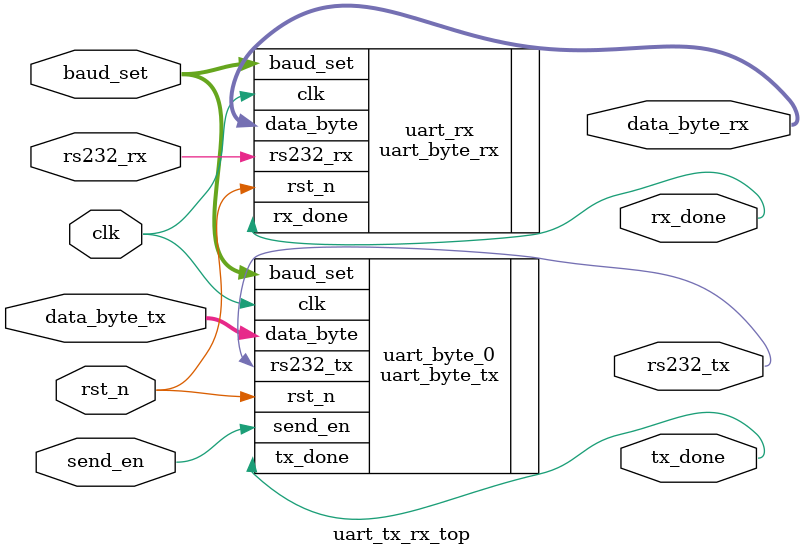
<source format=v>
/***************************************************
*	Module Name		:	uart_tx_rx		   
*	Engineer		   :	朱东来
*	Target Device	:	EP4CE10F17C8
*	Tool versions	:	Quartus II 15.0
*	Create Date		:	2020-12-19
*	Revision		   :	v1.0
*	Description		:  uart发送接收顶层模块
**************************************************/
module uart_tx_rx_top(
	input clk,//时钟信号
	input rst_n,//复位信号
	input [2:0]baud_set,//波特率选择,0:9600 1:19200 2:38400 3:57600 4:115200，默认9600
	input send_en,//发送使能，使能保持一个时钟周期即有效
	input [7:0]data_byte_tx,//需要发送的字节
	input rs232_rx,//接收到的1bit信息，分配到板子上的uart_rx
	output rs232_tx,//发送的1bit信息分配到板子上的uart_tx
	output [7:0]data_byte_rx,//接收到的字节
	output rx_done,//接受成功标志位
	output tx_done//发送成功标志位
);	
	reg [7:0]data_byte_rx_r;
//	wire [7:0]data_byte_tx;
	
	uart_byte_rx uart_rx(
		.clk(clk),
		.rst_n(rst_n),
		.baud_set(baud_set),
//		.baud_set(3'd0),
		.data_byte(data_byte_rx),
		.rs232_rx(rs232_rx),
		.rx_done(rx_done)
	);
	uart_byte_tx uart_byte_0(
		.clk(clk),
		.rst_n(rst_n),
		.send_en(send_en),
		.data_byte(data_byte_tx),
		.baud_set(baud_set),
//		.baud_set(3'd0),
		.rs232_tx(rs232_tx),
		.tx_done(tx_done),
	);
//	uart_tx_top uart_tx_top(
//		.clk(clk),
//		.rst_n(rst_n),
//		.baud_set(baud_set),
//		.baud_set(3'd0),
//		.key_in0(send_en),
//		.data_byte(data_byte_tx),
//		.rs232_tx(rs232_tx),
//		.tx_done(tx_done)
//	);
	
//	always@(posedge clk or negedge rst_n)
//	begin
//		if(!rst_n)
//			data_byte_rx_r <= 8'd0;
//		else if(rx_done)
//			data_byte_rx_r <= data_byte_rx;
//		else
//			data_byte_rx_r <= data_byte_rx;
//	end
	
//	ISSP ISSP(
//		.probe(data_byte_rx_r),
//		.source(data_byte_tx)
//	);
endmodule
</source>
